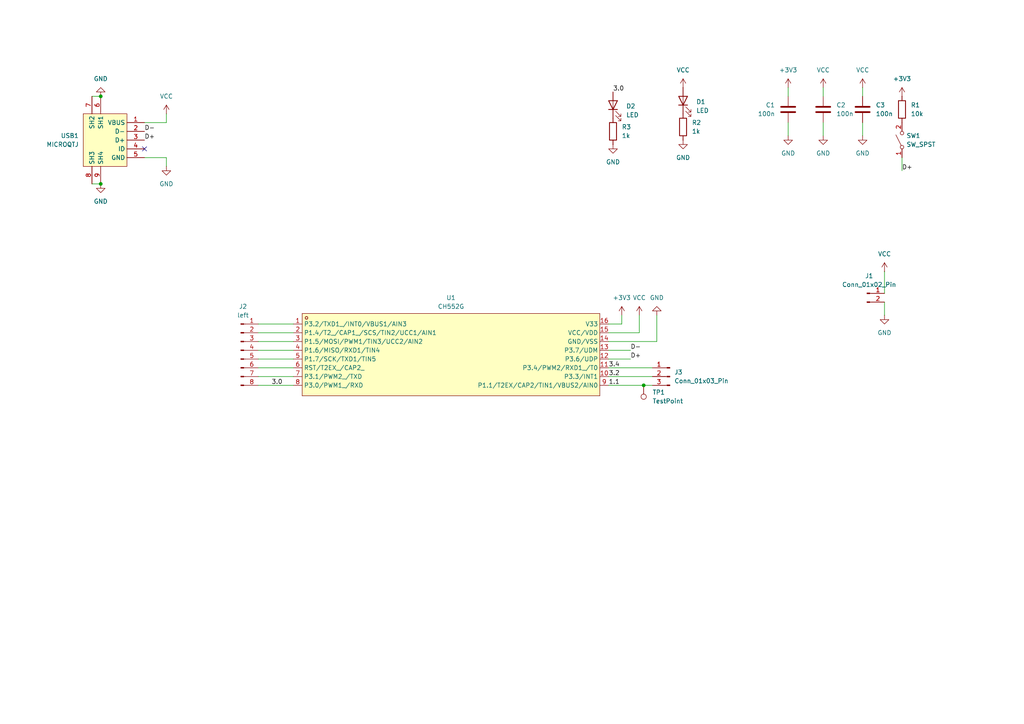
<source format=kicad_sch>
(kicad_sch (version 20250114) (generator "eeschema") (generator_version "9.0")
  (paper "A4")
  (lib_symbols
    (symbol "Connector:Conn_01x02_Pin" (pin_names (offset 1.016) (hide yes))
      (property "Reference" "J" (at 0 2.54 0))
      (property "Value" "Conn_01x02_Pin" (at 0 -5.08 0))
      (symbol "Conn_01x02_Pin_1_1"
        (rectangle (start 0.8636 0.127) (end 0 -0.127) (stroke (width 0.1524)) (fill (type outline)))
        (rectangle (start 0.8636 -2.413) (end 0 -2.667) (stroke (width 0.1524)) (fill (type outline)))
        (polyline (pts (xy 1.27 0) (xy 0.8636 0)) (stroke (width 0.1524)))
        (polyline (pts (xy 1.27 -2.54) (xy 0.8636 -2.54)) (stroke (width 0.1524)))
        (pin passive line (at 5.08 0 180) (length 3.81) (name "Pin_1") (number "1"))
        (pin passive line (at 5.08 -2.54 180) (length 3.81) (name "Pin_2") (number "2"))
      )
    )
    (symbol "Connector:Conn_01x03_Pin" (pin_names (offset 1.016) (hide yes))
      (property "Reference" "J" (at 0 5.08 0))
      (property "Value" "Conn_01x03_Pin" (at 0 -5.08 0))
      (symbol "Conn_01x03_Pin_1_1"
        (rectangle (start 0.8636 2.667) (end 0 2.413) (stroke (width 0.1524)) (fill (type outline)))
        (rectangle (start 0.8636 0.127) (end 0 -0.127) (stroke (width 0.1524)) (fill (type outline)))
        (rectangle (start 0.8636 -2.413) (end 0 -2.667) (stroke (width 0.1524)) (fill (type outline)))
        (polyline (pts (xy 1.27 2.54) (xy 0.8636 2.54)) (stroke (width 0.1524)))
        (polyline (pts (xy 1.27 0) (xy 0.8636 0)) (stroke (width 0.1524)))
        (polyline (pts (xy 1.27 -2.54) (xy 0.8636 -2.54)) (stroke (width 0.1524)))
        (pin passive line (at 5.08 2.54 180) (length 3.81) (name "Pin_1") (number "1"))
        (pin passive line (at 5.08 0 180) (length 3.81) (name "Pin_2") (number "2"))
        (pin passive line (at 5.08 -2.54 180) (length 3.81) (name "Pin_3") (number "3"))
      )
    )
    (symbol "Connector:Conn_01x08_Pin" (pin_names (offset 1.016) (hide yes))
      (property "Reference" "J" (at 0 10.16 0))
      (property "Value" "Conn_01x08_Pin" (at 0 -12.7 0))
      (symbol "Conn_01x08_Pin_1_1"
        (rectangle (start 0.8636 7.747) (end 0 7.493) (stroke (width 0.1524)) (fill (type outline)))
        (rectangle (start 0.8636 5.207) (end 0 4.953) (stroke (width 0.1524)) (fill (type outline)))
        (rectangle (start 0.8636 2.667) (end 0 2.413) (stroke (width 0.1524)) (fill (type outline)))
        (rectangle (start 0.8636 0.127) (end 0 -0.127) (stroke (width 0.1524)) (fill (type outline)))
        (rectangle (start 0.8636 -2.413) (end 0 -2.667) (stroke (width 0.1524)) (fill (type outline)))
        (rectangle (start 0.8636 -4.953) (end 0 -5.207) (stroke (width 0.1524)) (fill (type outline)))
        (rectangle (start 0.8636 -7.493) (end 0 -7.747) (stroke (width 0.1524)) (fill (type outline)))
        (rectangle (start 0.8636 -10.033) (end 0 -10.287) (stroke (width 0.1524)) (fill (type outline)))
        (polyline (pts (xy 1.27 7.62) (xy 0.8636 7.62)) (stroke (width 0.1524)))
        (polyline (pts (xy 1.27 5.08) (xy 0.8636 5.08)) (stroke (width 0.1524)))
        (polyline (pts (xy 1.27 2.54) (xy 0.8636 2.54)) (stroke (width 0.1524)))
        (polyline (pts (xy 1.27 0) (xy 0.8636 0)) (stroke (width 0.1524)))
        (polyline (pts (xy 1.27 -2.54) (xy 0.8636 -2.54)) (stroke (width 0.1524)))
        (polyline (pts (xy 1.27 -5.08) (xy 0.8636 -5.08)) (stroke (width 0.1524)))
        (polyline (pts (xy 1.27 -7.62) (xy 0.8636 -7.62)) (stroke (width 0.1524)))
        (polyline (pts (xy 1.27 -10.16) (xy 0.8636 -10.16)) (stroke (width 0.1524)))
        (pin passive line (at 5.08 7.62 180) (length 3.81) (name "Pin_1") (number "1"))
        (pin passive line (at 5.08 5.08 180) (length 3.81) (name "Pin_2") (number "2"))
        (pin passive line (at 5.08 2.54 180) (length 3.81) (name "Pin_3") (number "3"))
        (pin passive line (at 5.08 0 180) (length 3.81) (name "Pin_4") (number "4"))
        (pin passive line (at 5.08 -2.54 180) (length 3.81) (name "Pin_5") (number "5"))
        (pin passive line (at 5.08 -5.08 180) (length 3.81) (name "Pin_6") (number "6"))
        (pin passive line (at 5.08 -7.62 180) (length 3.81) (name "Pin_7") (number "7"))
        (pin passive line (at 5.08 -10.16 180) (length 3.81) (name "Pin_8") (number "8"))
      )
    )
    (symbol "Connector:TestPoint" (pin_numbers (hide yes)) (pin_names (offset 0.762) (hide yes))
      (property "Reference" "TP" (at 0 6.858 0))
      (property "Value" "TestPoint" (at 0 5.08 0))
      (symbol "TestPoint_0_1"
        (circle (center 0 3.302) (radius 0.762))
      )
      (symbol "TestPoint_1_1"
        (pin passive line (at 0 0 90) (length 2.54) (name "1") (number "1"))
      )
    )
    (symbol "Device:C" (pin_numbers (hide yes)) (pin_names (offset 0.254))
      (property "Reference" "C" (at 0.635 2.54 0))
      (property "Value" "C" (at 0.635 -2.54 0))
      (symbol "C_0_1"
        (polyline (pts (xy -2.032 0.762) (xy 2.032 0.762)) (stroke (width 0.508)))
        (polyline (pts (xy -2.032 -0.762) (xy 2.032 -0.762)) (stroke (width 0.508)))
      )
      (symbol "C_1_1"
        (pin passive line (at 0 3.81 270) (length 2.794) (name "~") (number "1"))
        (pin passive line (at 0 -3.81 90) (length 2.794) (name "~") (number "2"))
      )
    )
    (symbol "Device:LED" (pin_numbers (hide yes)) (pin_names (offset 1.016) (hide yes))
      (property "Reference" "D" (at 0 2.54 0))
      (property "Value" "LED" (at 0 -2.54 0))
      (symbol "LED_0_1"
        (polyline (pts (xy -3.048 -0.762) (xy -4.572 -2.286) (xy -3.81 -2.286) (xy -4.572 -2.286) (xy -4.572 -1.524)))
        (polyline (pts (xy -1.778 -0.762) (xy -3.302 -2.286) (xy -2.54 -2.286) (xy -3.302 -2.286) (xy -3.302 -1.524)))
        (polyline (pts (xy -1.27 0) (xy 1.27 0)))
        (polyline (pts (xy -1.27 -1.27) (xy -1.27 1.27)) (stroke (width 0.254)))
        (polyline (pts (xy 1.27 -1.27) (xy 1.27 1.27) (xy -1.27 0) (xy 1.27 -1.27)) (stroke (width 0.254)))
      )
      (symbol "LED_1_1"
        (pin passive line (at -3.81 0 0) (length 2.54) (name "K") (number "1"))
        (pin passive line (at 3.81 0 180) (length 2.54) (name "A") (number "2"))
      )
    )
    (symbol "Device:R" (pin_numbers (hide yes)) (pin_names (offset 0))
      (property "Reference" "R" (at 2.032 0 90))
      (property "Value" "R" (at 0 0 90))
      (symbol "R_0_1"
        (rectangle (start -1.016 -2.54) (end 1.016 2.54) (stroke (width 0.254)))
      )
      (symbol "R_1_1"
        (pin passive line (at 0 3.81 270) (length 1.27) (name "~") (number "1"))
        (pin passive line (at 0 -3.81 90) (length 1.27) (name "~") (number "2"))
      )
    )
    (symbol "Switch:SW_SPST" (pin_names (offset 0) (hide yes))
      (property "Reference" "SW" (at 0 3.175 0))
      (property "Value" "SW_SPST" (at 0 -2.54 0))
      (symbol "SW_SPST_0_0"
        (circle (center -2.032 0) (radius 0.508))
        (polyline (pts (xy -1.524 0.254) (xy 1.524 1.778)))
        (circle (center 2.032 0) (radius 0.508))
      )
      (symbol "SW_SPST_1_1"
        (pin passive line (at -5.08 0 0) (length 2.54) (name "A") (number "1"))
        (pin passive line (at 5.08 0 180) (length 2.54) (name "B") (number "2"))
      )
    )
    (symbol "mylib:CH552G"
      (property "Reference" "U" (at 0 13.97 0))
      (property "Value" "CH552G" (at 0 -13.97 0))
      (symbol "CH552G_0_1"
        (rectangle (start -43.18 11.94) (end 43.18 -11.94) (fill (type background)))
        (circle (center -41.91 10.67) (radius 0.38))
        (circle (center -41.91 10.67) (radius 0.38))
        (pin unspecified line (at -45.72 8.89 0) (length 2.54) (name "P3.2/TXD1_/INT0/VBUS1/AIN3") (number "1"))
        (pin unspecified line (at -45.72 6.35 0) (length 2.54) (name "P1.4/T2_/CAP1_/SCS/TIN2/UCC1/AIN1") (number "2"))
        (pin unspecified line (at -45.72 3.81 0) (length 2.54) (name "P1.5/MOSI/PWM1/TIN3/UCC2/AIN2") (number "3"))
        (pin unspecified line (at -45.72 1.27 0) (length 2.54) (name "P1.6/MISO/RXD1/TIN4") (number "4"))
        (pin unspecified line (at -45.72 -1.27 0) (length 2.54) (name "P1.7/SCK/TXD1/TIN5") (number "5"))
        (pin unspecified line (at -45.72 -3.81 0) (length 2.54) (name "RST/T2EX_/CAP2_") (number "6"))
        (pin unspecified line (at -45.72 -6.35 0) (length 2.54) (name "P3.1/PWM2_/TXD") (number "7"))
        (pin unspecified line (at -45.72 -8.89 0) (length 2.54) (name "P3.0/PWM1_/RXD") (number "8"))
        (pin unspecified line (at 45.72 8.89 180) (length 2.54) (name "V33") (number "16"))
        (pin unspecified line (at 45.72 6.35 180) (length 2.54) (name "VCC/VDD") (number "15"))
        (pin unspecified line (at 45.72 3.81 180) (length 2.54) (name "GND/VSS") (number "14"))
        (pin unspecified line (at 45.72 1.27 180) (length 2.54) (name "P3.7/UDM") (number "13"))
        (pin unspecified line (at 45.72 -1.27 180) (length 2.54) (name "P3.6/UDP") (number "12"))
        (pin unspecified line (at 45.72 -3.81 180) (length 2.54) (name "P3.4/PWM2/RXD1_/T0") (number "11"))
        (pin unspecified line (at 45.72 -6.35 180) (length 2.54) (name "P3.3/INT1") (number "10"))
        (pin unspecified line (at 45.72 -8.89 180) (length 2.54) (name "P1.1/T2EX/CAP2/TIN1/VBUS2/AIN0") (number "9"))
      )
    )
    (symbol "mylib:MICROQTJ"
      (property "Reference" "USB" (at 0 17.78 0))
      (property "Value" "MICROQTJ" (at 0 -17.78 0))
      (symbol "MICROQTJ_0_1"
        (rectangle (start -10.16 7.62) (end 2.54 -7.62) (fill (type background)))
        (pin unspecified line (at -7.62 12.7 270) (length 5.08) (name "SH2") (number "7"))
        (pin unspecified line (at -7.62 -12.7 90) (length 5.08) (name "SH3") (number "8"))
        (pin unspecified line (at -5.08 12.7 270) (length 5.08) (name "SH1") (number "6"))
        (pin unspecified line (at -5.08 -12.7 90) (length 5.08) (name "SH4") (number "9"))
        (pin unspecified line (at 7.62 5.08 180) (length 5.08) (name "VBUS") (number "1"))
        (pin unspecified line (at 7.62 2.54 180) (length 5.08) (name "D-") (number "2"))
        (pin unspecified line (at 7.62 0 180) (length 5.08) (name "D+") (number "3"))
        (pin unspecified line (at 7.62 -2.54 180) (length 5.08) (name "ID") (number "4"))
        (pin unspecified line (at 7.62 -5.08 180) (length 5.08) (name "GND") (number "5"))
      )
    )
    (symbol "power:+3V3" (power) (pin_numbers (hide yes)) (pin_names (offset 0) (hide yes))
      (property "Value" "+3V3" (at 0 3.556 0))
      (symbol "+3V3_0_1"
        (polyline (pts (xy -0.762 1.27) (xy 0 2.54)))
        (polyline (pts (xy 0 2.54) (xy 0.762 1.27)))
        (polyline (pts (xy 0 0) (xy 0 2.54)))
      )
      (symbol "+3V3_1_1"
        (pin power_in line (at 0 0 90) (length 0) (name "~") (number "1"))
      )
    )
    (symbol "power:GND" (power) (pin_numbers (hide yes)) (pin_names (offset 0) (hide yes))
      (property "Value" "GND" (at 0 -3.81 0))
      (symbol "GND_0_1"
        (polyline (pts (xy 0 0) (xy 0 -1.27) (xy 1.27 -1.27) (xy 0 -2.54) (xy -1.27 -1.27) (xy 0 -1.27)))
      )
      (symbol "GND_1_1"
        (pin power_in line (at 0 0 270) (length 0) (name "~") (number "1"))
      )
    )
    (symbol "power:VCC" (power) (pin_numbers (hide yes)) (pin_names (offset 0) (hide yes))
      (property "Value" "VCC" (at 0 3.556 0))
      (symbol "VCC_0_1"
        (polyline (pts (xy -0.762 1.27) (xy 0 2.54)))
        (polyline (pts (xy 0 2.54) (xy 0.762 1.27)))
        (polyline (pts (xy 0 0) (xy 0 2.54)))
      )
      (symbol "VCC_1_1"
        (pin power_in line (at 0 0 90) (length 0) (name "~") (number "1"))
      )
    )
  )
  (junction (at 29.21 53.34))
  (junction (at 186.69 111.76))
  (junction (at 29.21 27.94))
  (no_connect (at 41.91 43.18))
  (wire (pts (xy 74.93 101.6) (xy 85.09 101.6)))
  (wire (pts (xy 74.93 104.14) (xy 85.09 104.14)))
  (wire (pts (xy 250.19 25.4) (xy 250.19 27.94)))
  (wire (pts (xy 176.53 93.98) (xy 180.34 93.98)))
  (wire (pts (xy 41.91 35.56) (xy 48.26 35.56)))
  (wire (pts (xy 190.5 99.06) (xy 190.5 91.44)))
  (wire (pts (xy 228.6 25.4) (xy 228.6 27.94)))
  (wire (pts (xy 176.53 111.76) (xy 186.69 111.76)))
  (wire (pts (xy 74.93 96.52) (xy 85.09 96.52)))
  (wire (pts (xy 176.53 96.52) (xy 185.42 96.52)))
  (wire (pts (xy 26.67 27.94) (xy 29.21 27.94)))
  (wire (pts (xy 74.93 93.98) (xy 85.09 93.98)))
  (wire (pts (xy 256.54 87.63) (xy 256.54 91.44)))
  (wire (pts (xy 182.88 101.6) (xy 176.53 101.6)))
  (wire (pts (xy 238.76 25.4) (xy 238.76 27.94)))
  (wire (pts (xy 261.62 49.53) (xy 261.62 45.72)))
  (wire (pts (xy 74.93 99.06) (xy 85.09 99.06)))
  (wire (pts (xy 48.26 35.56) (xy 48.26 33.02)))
  (wire (pts (xy 176.53 109.22) (xy 189.23 109.22)))
  (wire (pts (xy 186.69 111.76) (xy 189.23 111.76)))
  (wire (pts (xy 176.53 99.06) (xy 190.5 99.06)))
  (wire (pts (xy 48.26 45.72) (xy 41.91 45.72)))
  (wire (pts (xy 256.54 78.74) (xy 256.54 85.09)))
  (wire (pts (xy 182.88 104.14) (xy 176.53 104.14)))
  (wire (pts (xy 74.93 111.76) (xy 85.09 111.76)))
  (wire (pts (xy 180.34 93.98) (xy 180.34 91.44)))
  (wire (pts (xy 185.42 96.52) (xy 185.42 91.44)))
  (wire (pts (xy 238.76 35.56) (xy 238.76 39.37)))
  (wire (pts (xy 48.26 48.26) (xy 48.26 45.72)))
  (wire (pts (xy 74.93 109.22) (xy 85.09 109.22)))
  (wire (pts (xy 176.53 106.68) (xy 189.23 106.68)))
  (wire (pts (xy 26.67 53.34) (xy 29.21 53.34)))
  (wire (pts (xy 228.6 35.56) (xy 228.6 39.37)))
  (wire (pts (xy 250.19 35.56) (xy 250.19 39.37)))
  (wire (pts (xy 74.93 106.68) (xy 85.09 106.68)))
  (label "1.1" (at 176.53 111.76 0))
  (label "D+" (at 41.91 40.64 0))
  (label "3.2" (at 176.53 109.22 0))
  (label "D+" (at 261.62 49.53 0))
  (label "D-" (at 41.91 38.1 0))
  (label "3.0" (at 177.8 26.67 0))
  (label "3.4" (at 176.53 106.68 0))
  (label "D+" (at 182.88 104.14 0))
  (label "D-" (at 182.88 101.6 0))
  (label "3.0" (at 78.74 111.76 0))
  (symbol (lib_id "Device:C") (at 228.6 31.75 0) (mirror y) (unit 1)
    (property "Reference" "C1" (at 224.79 30.4799 0) (effects (justify left)))
    (property "Value" "100n" (at 224.79 33.0199 0) (effects (justify left)))
    (property "Footprint" "Capacitor_SMD:C_0603_1608Metric" (effects (hide yes)))
    (property "Description" "Unpolarized capacitor" (effects (hide yes)))
  )
  (symbol (lib_id "mylib:CH552G") (at 130.81 102.87 0) (unit 1)
    (property "Reference" "U1" (at 130.81 86.36 0))
    (property "Value" "CH552G" (at 130.81 88.9 0))
    (property "Footprint" "mylib:SOP-16_L10.0-W3.9-P1.27-LS6.0-BL" (effects (hide yes)))
    (property "Datasheet" "https://lcsc.com/product-detail/USB_CH552G_C111292.html" (effects (hide yes)))
    (property "LCSC Part" "C111292" (effects (hide yes)))
  )
  (symbol (lib_id "power:GND") (at 250.19 39.37 0) (unit 1)
    (property "Reference" "#PWR019" (effects (hide yes)))
    (property "Value" "GND" (at 250.19 44.45 0))
    (property "Description" "Power symbol creates a global label with name \"GND\" , ground" (effects (hide yes)))
  )
  (symbol (lib_id "Device:C") (at 250.19 31.75 0) (unit 1)
    (property "Reference" "C3" (at 254 30.4799 0) (effects (justify left)))
    (property "Value" "100n" (at 254 33.0199 0) (effects (justify left)))
    (property "Footprint" "Capacitor_SMD:C_0402_1005Metric" (effects (hide yes)))
    (property "Description" "Unpolarized capacitor" (effects (hide yes)))
  )
  (symbol (lib_id "power:GND") (at 256.54 91.44 0) (unit 1)
    (property "Reference" "#PWR017" (effects (hide yes)))
    (property "Value" "GND" (at 256.54 96.52 0))
    (property "Description" "Power symbol creates a global label with name \"GND\" , ground" (effects (hide yes)))
  )
  (symbol (lib_id "power:GND") (at 228.6 39.37 0) (unit 1)
    (property "Reference" "#PWR07" (effects (hide yes)))
    (property "Value" "GND" (at 228.6 44.45 0))
    (property "Description" "Power symbol creates a global label with name \"GND\" , ground" (effects (hide yes)))
  )
  (symbol (lib_id "mylib:MICROQTJ") (at 34.29 40.64 0) (unit 1)
    (property "Reference" "USB1" (at 22.86 39.3699 0) (effects (justify right)))
    (property "Value" "MICROQTJ" (at 22.86 41.9099 0) (effects (justify right)))
    (property "Footprint" "mylib:MICRO-USB-SMD_MICROQTJ-5P" (effects (hide yes)))
    (property "Datasheet" "https://lcsc.com/product-detail/USB-Connectors_SHOU-HAN-MicroQTJ_C404968.html" (effects (hide yes)))
    (property "LCSC Part" "C404968" (effects (hide yes)))
  )
  (symbol (lib_id "power:GND") (at 29.21 53.34 0) (unit 1)
    (property "Reference" "#PWR012" (effects (hide yes)))
    (property "Value" "GND" (at 29.21 58.42 0))
    (property "Description" "Power symbol creates a global label with name \"GND\" , ground" (effects (hide yes)))
  )
  (symbol (lib_id "power:GND") (at 29.21 27.94 180) (unit 1)
    (property "Reference" "#PWR04" (effects (hide yes)))
    (property "Value" "GND" (at 29.21 22.86 0))
    (property "Description" "Power symbol creates a global label with name \"GND\" , ground" (effects (hide yes)))
  )
  (symbol (lib_id "power:VCC") (at 238.76 25.4 0) (unit 1)
    (property "Reference" "#PWR03" (effects (hide yes)))
    (property "Value" "VCC" (at 238.76 20.32 0))
    (property "Description" "Power symbol creates a global label with name \"VCC\"" (effects (hide yes)))
  )
  (symbol (lib_id "power:VCC") (at 250.19 25.4 0) (unit 1)
    (property "Reference" "#PWR018" (effects (hide yes)))
    (property "Value" "VCC" (at 250.19 20.32 0))
    (property "Description" "Power symbol creates a global label with name \"VCC\"" (effects (hide yes)))
  )
  (symbol (lib_id "power:VCC") (at 256.54 78.74 0) (unit 1)
    (property "Reference" "#PWR013" (effects (hide yes)))
    (property "Value" "VCC" (at 256.54 73.66 0))
    (property "Description" "Power symbol creates a global label with name \"VCC\"" (effects (hide yes)))
  )
  (symbol (lib_id "Device:LED") (at 198.12 29.21 90) (unit 1)
    (property "Reference" "D1" (at 201.93 29.5274 90) (effects (justify right)))
    (property "Value" "LED" (at 201.93 32.0674 90) (effects (justify right)))
    (property "Footprint" "LED_SMD:LED_1206_3216Metric" (effects (hide yes)))
    (property "Description" "Light emitting diode" (effects (hide yes)))
    (property "Sim.Pins" "1=K 2=A" (effects (hide yes)))
  )
  (symbol (lib_id "power:+3V3") (at 261.62 27.94 0) (unit 1)
    (property "Reference" "#PWR05" (effects (hide yes)))
    (property "Value" "+3V3" (at 261.62 22.86 0))
    (property "Description" "Power symbol creates a global label with name \"+3V3\"" (effects (hide yes)))
  )
  (symbol (lib_id "Connector:Conn_01x03_Pin") (at 194.31 109.22 0) (mirror y) (unit 1)
    (property "Reference" "J3" (at 195.58 107.9499 0) (effects (justify right)))
    (property "Value" "Conn_01x03_Pin" (at 195.58 110.4899 0) (effects (justify right)))
    (property "Footprint" "Connector_PinHeader_2.54mm:PinHeader_1x03_P2.54mm_Vertical" (effects (hide yes)))
    (property "Description" "Generic connector, single row, 01x03, script generated" (effects (hide yes)))
  )
  (symbol (lib_id "Device:LED") (at 177.8 30.48 90) (unit 1)
    (property "Reference" "D2" (at 181.61 30.7974 90) (effects (justify right)))
    (property "Value" "LED" (at 181.61 33.3374 90) (effects (justify right)))
    (property "Footprint" "LED_SMD:LED_1206_3216Metric" (effects (hide yes)))
    (property "Description" "Light emitting diode" (effects (hide yes)))
    (property "Sim.Pins" "1=K 2=A" (effects (hide yes)))
  )
  (symbol (lib_id "power:GND") (at 190.5 91.44 180) (unit 1)
    (property "Reference" "#PWR016" (effects (hide yes)))
    (property "Value" "GND" (at 190.5 86.36 0))
    (property "Description" "Power symbol creates a global label with name \"GND\" , ground" (effects (hide yes)))
  )
  (symbol (lib_id "power:VCC") (at 48.26 33.02 0) (unit 1)
    (property "Reference" "#PWR06" (effects (hide yes)))
    (property "Value" "VCC" (at 48.26 27.94 0))
    (property "Description" "Power symbol creates a global label with name \"VCC\"" (effects (hide yes)))
  )
  (symbol (lib_id "power:VCC") (at 198.12 25.4 0) (unit 1)
    (property "Reference" "#PWR01" (effects (hide yes)))
    (property "Value" "VCC" (at 198.12 20.32 0))
    (property "Description" "Power symbol creates a global label with name \"VCC\"" (effects (hide yes)))
  )
  (symbol (lib_id "Device:R") (at 261.62 31.75 0) (unit 1)
    (property "Reference" "R1" (at 264.16 30.4799 0) (effects (justify left)))
    (property "Value" "10k" (at 264.16 33.0199 0) (effects (justify left)))
    (property "Footprint" "Resistor_SMD:R_0603_1608Metric" (effects (hide yes)))
    (property "Description" "Resistor" (effects (hide yes)))
  )
  (symbol (lib_id "Switch:SW_SPST") (at 261.62 40.64 90) (unit 1)
    (property "Reference" "SW1" (at 262.89 39.3699 90) (effects (justify right)))
    (property "Value" "SW_SPST" (at 262.89 41.9099 90) (effects (justify right)))
    (property "Footprint" "Button_Switch_SMD:SW_Tactile_SPST_NO_Straight_CK_PTS636Sx25SMTRLFS" (effects (hide yes)))
    (property "Description" "Single Pole Single Throw (SPST) switch" (effects (hide yes)))
  )
  (symbol (lib_id "power:VCC") (at 185.42 91.44 0) (unit 1)
    (property "Reference" "#PWR015" (effects (hide yes)))
    (property "Value" "VCC" (at 185.42 86.36 0))
    (property "Description" "Power symbol creates a global label with name \"VCC\"" (effects (hide yes)))
  )
  (symbol (lib_id "Connector:TestPoint") (at 186.69 111.76 180) (unit 1)
    (property "Reference" "TP1" (at 189.23 113.7919 0) (effects (justify right)))
    (property "Value" "TestPoint" (at 189.23 116.3319 0) (effects (justify right)))
    (property "Footprint" "TestPoint:TestPoint_Keystone_5019_Miniature" (effects (hide yes)))
    (property "Description" "test point" (effects (hide yes)))
  )
  (symbol (lib_id "Device:R") (at 177.8 38.1 0) (unit 1)
    (property "Reference" "R3" (at 180.34 36.8299 0) (effects (justify left)))
    (property "Value" "1k" (at 180.34 39.3699 0) (effects (justify left)))
    (property "Footprint" "Resistor_SMD:R_0603_1608Metric" (effects (hide yes)))
    (property "Description" "Resistor" (effects (hide yes)))
  )
  (symbol (lib_id "power:GND") (at 177.8 41.91 0) (unit 1)
    (property "Reference" "#PWR010" (effects (hide yes)))
    (property "Value" "GND" (at 177.8 46.99 0))
    (property "Description" "Power symbol creates a global label with name \"GND\" , ground" (effects (hide yes)))
  )
  (symbol (lib_id "Connector:Conn_01x08_Pin") (at 69.85 101.6 0) (unit 1)
    (property "Reference" "J2" (at 70.485 88.9 0))
    (property "Value" "left" (at 70.485 91.44 0))
    (property "Footprint" "Connector_PinHeader_2.54mm:PinHeader_1x08_P2.54mm_Vertical" (effects (hide yes)))
    (property "Description" "Generic connector, single row, 01x08, script generated" (effects (hide yes)))
  )
  (symbol (lib_id "power:GND") (at 48.26 48.26 0) (unit 1)
    (property "Reference" "#PWR011" (effects (hide yes)))
    (property "Value" "GND" (at 48.26 53.34 0))
    (property "Description" "Power symbol creates a global label with name \"GND\" , ground" (effects (hide yes)))
  )
  (symbol (lib_id "power:GND") (at 198.12 40.64 0) (unit 1)
    (property "Reference" "#PWR09" (effects (hide yes)))
    (property "Value" "GND" (at 198.12 45.72 0))
    (property "Description" "Power symbol creates a global label with name \"GND\" , ground" (effects (hide yes)))
  )
  (symbol (lib_id "power:+3V3") (at 228.6 25.4 0) (unit 1)
    (property "Reference" "#PWR02" (effects (hide yes)))
    (property "Value" "+3V3" (at 228.6 20.32 0))
    (property "Description" "Power symbol creates a global label with name \"+3V3\"" (effects (hide yes)))
  )
  (symbol (lib_id "Device:C") (at 238.76 31.75 0) (unit 1)
    (property "Reference" "C2" (at 242.57 30.4799 0) (effects (justify left)))
    (property "Value" "100n" (at 242.57 33.0199 0) (effects (justify left)))
    (property "Footprint" "Capacitor_SMD:C_0603_1608Metric" (effects (hide yes)))
    (property "Description" "Unpolarized capacitor" (effects (hide yes)))
  )
  (symbol (lib_id "Device:R") (at 198.12 36.83 0) (unit 1)
    (property "Reference" "R2" (at 200.66 35.5599 0) (effects (justify left)))
    (property "Value" "1k" (at 200.66 38.0999 0) (effects (justify left)))
    (property "Footprint" "Resistor_SMD:R_0603_1608Metric" (effects (hide yes)))
    (property "Description" "Resistor" (effects (hide yes)))
  )
  (symbol (lib_id "power:GND") (at 238.76 39.37 0) (unit 1)
    (property "Reference" "#PWR08" (effects (hide yes)))
    (property "Value" "GND" (at 238.76 44.45 0))
    (property "Description" "Power symbol creates a global label with name \"GND\" , ground" (effects (hide yes)))
  )
  (symbol (lib_id "power:+3V3") (at 180.34 91.44 0) (unit 1)
    (property "Reference" "#PWR014" (effects (hide yes)))
    (property "Value" "+3V3" (at 180.34 86.36 0))
    (property "Description" "Power symbol creates a global label with name \"+3V3\"" (effects (hide yes)))
  )
  (symbol (lib_id "Connector:Conn_01x02_Pin") (at 251.46 85.09 0) (unit 1)
    (property "Reference" "J1" (at 252.095 80.01 0))
    (property "Value" "Conn_01x02_Pin" (at 252.095 82.55 0))
    (property "Footprint" "Connector_PinHeader_2.00mm:PinHeader_2x01_P2.00mm_Vertical_SMD" (effects (hide yes)))
    (property "Description" "Generic connector, single row, 01x02, script generated" (effects (hide yes)))
  )
)
</source>
